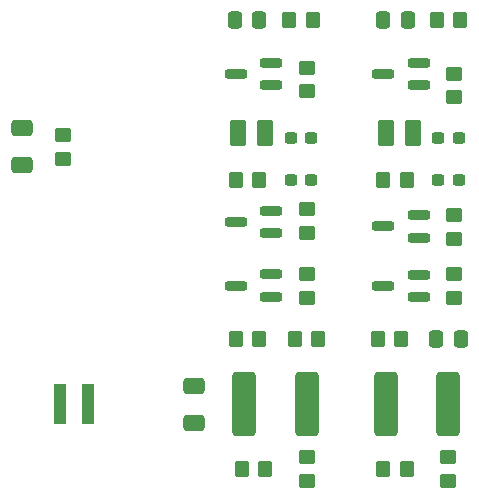
<source format=gtp>
%TF.GenerationSoftware,KiCad,Pcbnew,9.0.4*%
%TF.CreationDate,2025-09-17T14:50:29+08:00*%
%TF.ProjectId,YUV Circuit,59555620-4369-4726-9375-69742e6b6963,rev?*%
%TF.SameCoordinates,Original*%
%TF.FileFunction,Paste,Top*%
%TF.FilePolarity,Positive*%
%FSLAX46Y46*%
G04 Gerber Fmt 4.6, Leading zero omitted, Abs format (unit mm)*
G04 Created by KiCad (PCBNEW 9.0.4) date 2025-09-17 14:50:29*
%MOMM*%
%LPD*%
G01*
G04 APERTURE LIST*
G04 Aperture macros list*
%AMRoundRect*
0 Rectangle with rounded corners*
0 $1 Rounding radius*
0 $2 $3 $4 $5 $6 $7 $8 $9 X,Y pos of 4 corners*
0 Add a 4 corners polygon primitive as box body*
4,1,4,$2,$3,$4,$5,$6,$7,$8,$9,$2,$3,0*
0 Add four circle primitives for the rounded corners*
1,1,$1+$1,$2,$3*
1,1,$1+$1,$4,$5*
1,1,$1+$1,$6,$7*
1,1,$1+$1,$8,$9*
0 Add four rect primitives between the rounded corners*
20,1,$1+$1,$2,$3,$4,$5,0*
20,1,$1+$1,$4,$5,$6,$7,0*
20,1,$1+$1,$6,$7,$8,$9,0*
20,1,$1+$1,$8,$9,$2,$3,0*%
G04 Aperture macros list end*
%ADD10RoundRect,0.250000X-0.450000X0.350000X-0.450000X-0.350000X0.450000X-0.350000X0.450000X0.350000X0*%
%ADD11RoundRect,0.250000X-0.337500X-0.475000X0.337500X-0.475000X0.337500X0.475000X-0.337500X0.475000X0*%
%ADD12RoundRect,0.250000X0.350000X0.450000X-0.350000X0.450000X-0.350000X-0.450000X0.350000X-0.450000X0*%
%ADD13RoundRect,0.250000X0.450000X-0.350000X0.450000X0.350000X-0.450000X0.350000X-0.450000X-0.350000X0*%
%ADD14RoundRect,0.250000X0.337500X0.475000X-0.337500X0.475000X-0.337500X-0.475000X0.337500X-0.475000X0*%
%ADD15RoundRect,0.200000X0.750000X0.200000X-0.750000X0.200000X-0.750000X-0.200000X0.750000X-0.200000X0*%
%ADD16RoundRect,0.249999X0.737501X2.450001X-0.737501X2.450001X-0.737501X-2.450001X0.737501X-2.450001X0*%
%ADD17RoundRect,0.237500X0.300000X0.237500X-0.300000X0.237500X-0.300000X-0.237500X0.300000X-0.237500X0*%
%ADD18RoundRect,0.250001X-0.462499X-0.849999X0.462499X-0.849999X0.462499X0.849999X-0.462499X0.849999X0*%
%ADD19RoundRect,0.250000X-0.350000X-0.450000X0.350000X-0.450000X0.350000X0.450000X-0.350000X0.450000X0*%
%ADD20R,0.980000X3.400000*%
%ADD21RoundRect,0.250000X0.650000X-0.412500X0.650000X0.412500X-0.650000X0.412500X-0.650000X-0.412500X0*%
%ADD22RoundRect,0.250000X-0.650000X0.412500X-0.650000X-0.412500X0.650000X-0.412500X0.650000X0.412500X0*%
G04 APERTURE END LIST*
D10*
%TO.C,RR6*%
X188500000Y-109500000D03*
X188500000Y-111500000D03*
%TD*%
%TO.C,RR3*%
X188000000Y-130000000D03*
X188000000Y-132000000D03*
%TD*%
D11*
%TO.C,RR2*%
X186962500Y-120000000D03*
X189037500Y-120000000D03*
%TD*%
D12*
%TO.C,RR7*%
X184500000Y-106500000D03*
X182500000Y-106500000D03*
%TD*%
D13*
%TO.C,RY1*%
X155400000Y-104700000D03*
X155400000Y-102700000D03*
%TD*%
D14*
%TO.C,CB4*%
X172000000Y-93000000D03*
X169925000Y-93000000D03*
%TD*%
D15*
%TO.C,QR2*%
X185500000Y-111400000D03*
X185500000Y-109500000D03*
X182500000Y-110450000D03*
%TD*%
D10*
%TO.C,RB8*%
X176000000Y-97000000D03*
X176000000Y-99000000D03*
%TD*%
D15*
%TO.C,QB2*%
X173000000Y-111000000D03*
X173000000Y-109100000D03*
X170000000Y-110050000D03*
%TD*%
D16*
%TO.C,CR1*%
X188000000Y-125500000D03*
X182725000Y-125500000D03*
%TD*%
D17*
%TO.C,CB2*%
X176362500Y-106500000D03*
X174637500Y-106500000D03*
%TD*%
D12*
%TO.C,RB7*%
X172000000Y-106500000D03*
X170000000Y-106500000D03*
%TD*%
D15*
%TO.C,QB1*%
X173000000Y-116400000D03*
X173000000Y-114500000D03*
X170000000Y-115450000D03*
%TD*%
D18*
%TO.C,LR1*%
X182675000Y-102500000D03*
X185000000Y-102500000D03*
%TD*%
D17*
%TO.C,CR3*%
X188862500Y-103000000D03*
X187137500Y-103000000D03*
%TD*%
D19*
%TO.C,RB9*%
X174500000Y-93000000D03*
X176500000Y-93000000D03*
%TD*%
D16*
%TO.C,CB1*%
X176000000Y-125500000D03*
X170725000Y-125500000D03*
%TD*%
D20*
%TO.C,L81*%
X155130000Y-125500000D03*
X157500000Y-125500000D03*
%TD*%
D18*
%TO.C,LB1*%
X170175000Y-102500000D03*
X172500000Y-102500000D03*
%TD*%
D15*
%TO.C,QR1*%
X185500000Y-116450000D03*
X185500000Y-114550000D03*
X182500000Y-115500000D03*
%TD*%
D14*
%TO.C,CR4*%
X184537500Y-93000000D03*
X182462500Y-93000000D03*
%TD*%
D21*
%TO.C,CY1*%
X151900000Y-105262500D03*
X151900000Y-102137500D03*
%TD*%
D19*
%TO.C,RB1*%
X170500000Y-131000000D03*
X172500000Y-131000000D03*
%TD*%
D10*
%TO.C,RR5*%
X188500000Y-114500000D03*
X188500000Y-116500000D03*
%TD*%
%TO.C,RB5*%
X176000000Y-114500000D03*
X176000000Y-116500000D03*
%TD*%
D19*
%TO.C,RR1*%
X182500000Y-131000000D03*
X184500000Y-131000000D03*
%TD*%
D10*
%TO.C,RB6*%
X176000000Y-109000000D03*
X176000000Y-111000000D03*
%TD*%
%TO.C,RB3*%
X176000000Y-130000000D03*
X176000000Y-132000000D03*
%TD*%
D12*
%TO.C,RB4*%
X172000000Y-120000000D03*
X170000000Y-120000000D03*
%TD*%
D19*
%TO.C,RB2*%
X175000000Y-120000000D03*
X177000000Y-120000000D03*
%TD*%
D10*
%TO.C,RR8*%
X188500000Y-97500000D03*
X188500000Y-99500000D03*
%TD*%
D15*
%TO.C,QB3*%
X173000000Y-98500000D03*
X173000000Y-96600000D03*
X170000000Y-97550000D03*
%TD*%
D12*
%TO.C,RR4*%
X184000000Y-120000000D03*
X182000000Y-120000000D03*
%TD*%
D17*
%TO.C,CR2*%
X188862500Y-106500000D03*
X187137500Y-106500000D03*
%TD*%
D15*
%TO.C,QR3*%
X185500000Y-98500000D03*
X185500000Y-96600000D03*
X182500000Y-97550000D03*
%TD*%
D19*
%TO.C,RR9*%
X187000000Y-93000000D03*
X189000000Y-93000000D03*
%TD*%
D17*
%TO.C,CB3*%
X176362500Y-103000000D03*
X174637500Y-103000000D03*
%TD*%
D22*
%TO.C,C82*%
X166500000Y-123937500D03*
X166500000Y-127062500D03*
%TD*%
M02*

</source>
